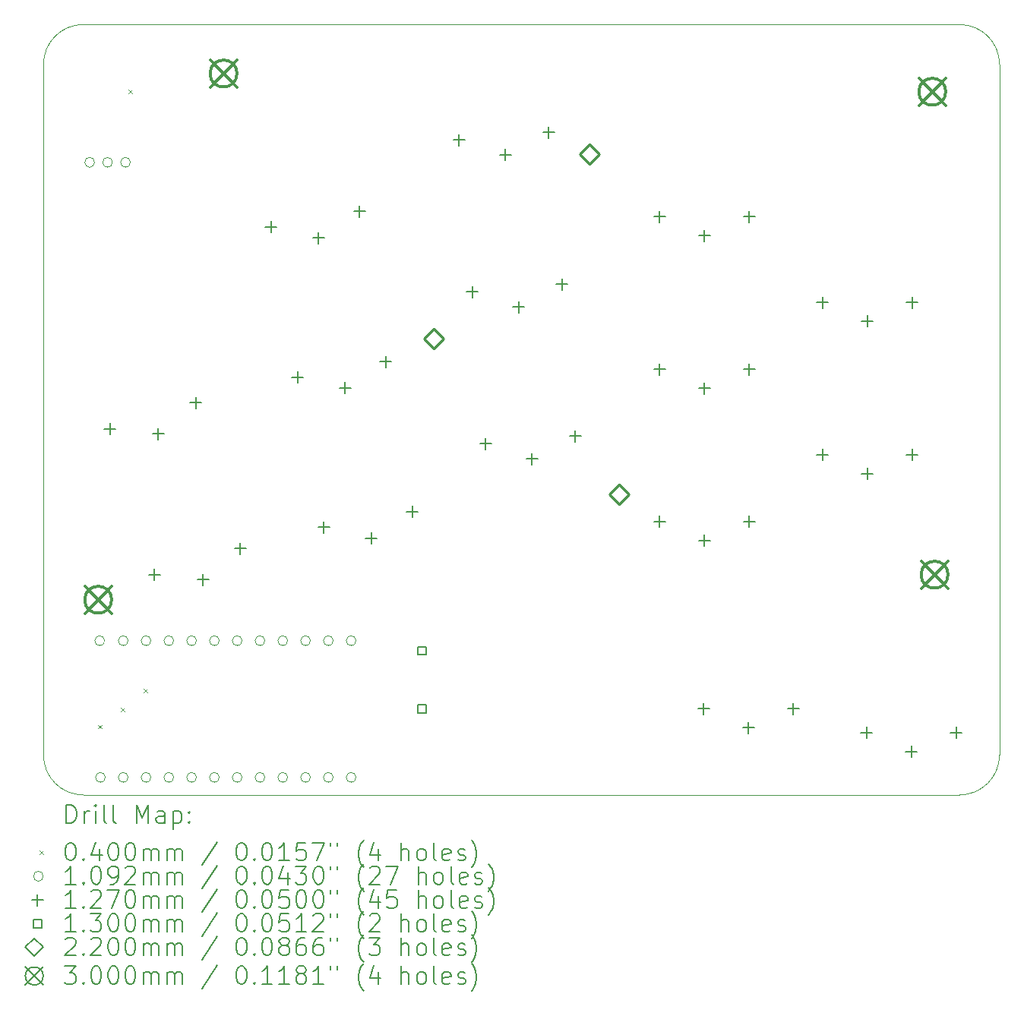
<source format=gbr>
%FSLAX45Y45*%
G04 Gerber Fmt 4.5, Leading zero omitted, Abs format (unit mm)*
G04 Created by KiCad (PCBNEW (6.0.4)) date 2022-07-21 23:49:03*
%MOMM*%
%LPD*%
G01*
G04 APERTURE LIST*
%TA.AperFunction,Profile*%
%ADD10C,0.050000*%
%TD*%
%ADD11C,0.200000*%
%ADD12C,0.040000*%
%ADD13C,0.109220*%
%ADD14C,0.127000*%
%ADD15C,0.130000*%
%ADD16C,0.220000*%
%ADD17C,0.300000*%
G04 APERTURE END LIST*
D10*
X14831618Y4125490D02*
X14831979Y11826325D01*
X4176485Y4125325D02*
G75*
G03*
X4620979Y3680825I444495J-5D01*
G01*
X14831985Y11826325D02*
G75*
G03*
X14387479Y12270825I-444505J-5D01*
G01*
X4620979Y3680825D02*
X14387118Y3680990D01*
X4176115Y11826612D02*
X4176479Y4125325D01*
X14387479Y12270825D02*
X4620615Y12271112D01*
X4620615Y12271112D02*
G75*
G03*
X4176115Y11826612I0J-444500D01*
G01*
X14387118Y3680991D02*
G75*
G03*
X14831618Y4125490I2J444499D01*
G01*
D11*
D12*
X4784419Y4462404D02*
X4824419Y4422404D01*
X4824419Y4462404D02*
X4784419Y4422404D01*
X5040691Y4652863D02*
X5080691Y4612863D01*
X5080691Y4652863D02*
X5040691Y4612863D01*
X5124143Y11542154D02*
X5164143Y11502154D01*
X5164143Y11542154D02*
X5124143Y11502154D01*
X5295099Y4861382D02*
X5335099Y4821382D01*
X5335099Y4861382D02*
X5295099Y4821382D01*
D13*
X4745489Y10734125D02*
G75*
G03*
X4745489Y10734125I-54610J0D01*
G01*
X4857715Y5400125D02*
G75*
G03*
X4857715Y5400125I-54610J0D01*
G01*
X4866089Y3876125D02*
G75*
G03*
X4866089Y3876125I-54610J0D01*
G01*
X4945489Y10734125D02*
G75*
G03*
X4945489Y10734125I-54610J0D01*
G01*
X5120089Y5400125D02*
G75*
G03*
X5120089Y5400125I-54610J0D01*
G01*
X5120089Y3876125D02*
G75*
G03*
X5120089Y3876125I-54610J0D01*
G01*
X5145489Y10734125D02*
G75*
G03*
X5145489Y10734125I-54610J0D01*
G01*
X5374089Y5400125D02*
G75*
G03*
X5374089Y5400125I-54610J0D01*
G01*
X5374089Y3876125D02*
G75*
G03*
X5374089Y3876125I-54610J0D01*
G01*
X5628089Y5400125D02*
G75*
G03*
X5628089Y5400125I-54610J0D01*
G01*
X5628089Y3876125D02*
G75*
G03*
X5628089Y3876125I-54610J0D01*
G01*
X5882089Y5400125D02*
G75*
G03*
X5882089Y5400125I-54610J0D01*
G01*
X5882089Y3876125D02*
G75*
G03*
X5882089Y3876125I-54610J0D01*
G01*
X6136089Y5400125D02*
G75*
G03*
X6136089Y5400125I-54610J0D01*
G01*
X6136089Y3876125D02*
G75*
G03*
X6136089Y3876125I-54610J0D01*
G01*
X6390089Y5400125D02*
G75*
G03*
X6390089Y5400125I-54610J0D01*
G01*
X6390089Y3876125D02*
G75*
G03*
X6390089Y3876125I-54610J0D01*
G01*
X6644089Y5400125D02*
G75*
G03*
X6644089Y5400125I-54610J0D01*
G01*
X6644089Y3876125D02*
G75*
G03*
X6644089Y3876125I-54610J0D01*
G01*
X6898089Y5400125D02*
G75*
G03*
X6898089Y5400125I-54610J0D01*
G01*
X6898089Y3876125D02*
G75*
G03*
X6898089Y3876125I-54610J0D01*
G01*
X7152089Y5400125D02*
G75*
G03*
X7152089Y5400125I-54610J0D01*
G01*
X7152089Y3876125D02*
G75*
G03*
X7152089Y3876125I-54610J0D01*
G01*
X7406089Y5400125D02*
G75*
G03*
X7406089Y5400125I-54610J0D01*
G01*
X7406089Y3876125D02*
G75*
G03*
X7406089Y3876125I-54610J0D01*
G01*
X7660089Y5400125D02*
G75*
G03*
X7660089Y5400125I-54610J0D01*
G01*
X7660089Y3876125D02*
G75*
G03*
X7660089Y3876125I-54610J0D01*
G01*
D14*
X4917175Y7826915D02*
X4917175Y7699915D01*
X4853675Y7763415D02*
X4980675Y7763415D01*
X5414207Y6201196D02*
X5414207Y6074196D01*
X5350707Y6137696D02*
X5477707Y6137696D01*
X5456725Y7772276D02*
X5456725Y7645276D01*
X5393225Y7708776D02*
X5520225Y7708776D01*
X5873479Y8119286D02*
X5873479Y7992286D01*
X5809979Y8055786D02*
X5936979Y8055786D01*
X5953757Y6146558D02*
X5953757Y6019558D01*
X5890257Y6083058D02*
X6017257Y6083058D01*
X6370511Y6493568D02*
X6370511Y6366568D01*
X6307011Y6430068D02*
X6434011Y6430068D01*
X6712293Y10076956D02*
X6712293Y9949956D01*
X6648793Y10013456D02*
X6775793Y10013456D01*
X7007495Y8402783D02*
X7007495Y8275782D01*
X6943995Y8339282D02*
X7070995Y8339282D01*
X7241163Y9956970D02*
X7241163Y9829970D01*
X7177663Y9893470D02*
X7304663Y9893470D01*
X7302697Y6728609D02*
X7302697Y6601609D01*
X7239197Y6665109D02*
X7366197Y6665109D01*
X7536365Y8282797D02*
X7536365Y8155797D01*
X7472865Y8219297D02*
X7599865Y8219297D01*
X7697101Y10250604D02*
X7697101Y10123604D01*
X7633601Y10187104D02*
X7760601Y10187104D01*
X7831567Y6608624D02*
X7831567Y6481624D01*
X7768067Y6545124D02*
X7895067Y6545124D01*
X7992303Y8576431D02*
X7992303Y8449431D01*
X7928803Y8512931D02*
X8055803Y8512931D01*
X8287505Y6902257D02*
X8287505Y6775257D01*
X8224005Y6838757D02*
X8351005Y6838757D01*
X8809021Y11046316D02*
X8809021Y10919316D01*
X8745521Y10982816D02*
X8872521Y10982816D01*
X8957186Y9352785D02*
X8957186Y9225785D01*
X8893686Y9289285D02*
X9020686Y9289285D01*
X9105351Y7659254D02*
X9105351Y7532254D01*
X9041851Y7595754D02*
X9168851Y7595754D01*
X9325422Y10880693D02*
X9325422Y10753693D01*
X9261922Y10817193D02*
X9388922Y10817193D01*
X9473586Y9187162D02*
X9473586Y9060162D01*
X9410086Y9123662D02*
X9537086Y9123662D01*
X9621751Y7493631D02*
X9621751Y7366631D01*
X9558251Y7430131D02*
X9685251Y7430131D01*
X9805216Y11133472D02*
X9805216Y11006472D01*
X9741716Y11069972D02*
X9868716Y11069972D01*
X9953381Y9439941D02*
X9953381Y9312941D01*
X9889881Y9376441D02*
X10016881Y9376441D01*
X10101546Y7746410D02*
X10101546Y7619410D01*
X10038046Y7682910D02*
X10165046Y7682910D01*
X11042479Y10191225D02*
X11042479Y10064225D01*
X10978979Y10127725D02*
X11105979Y10127725D01*
X11042479Y8491225D02*
X11042479Y8364225D01*
X10978979Y8427725D02*
X11105979Y8427725D01*
X11042479Y6791225D02*
X11042479Y6664225D01*
X10978979Y6727725D02*
X11105979Y6727725D01*
X11532115Y4706127D02*
X11532115Y4579127D01*
X11468615Y4642627D02*
X11595615Y4642627D01*
X11542479Y9981225D02*
X11542479Y9854225D01*
X11478979Y9917725D02*
X11605979Y9917725D01*
X11542479Y8281225D02*
X11542479Y8154225D01*
X11478979Y8217725D02*
X11605979Y8217725D01*
X11542479Y6581225D02*
X11542479Y6454225D01*
X11478979Y6517725D02*
X11605979Y6517725D01*
X12032115Y4496127D02*
X12032115Y4369127D01*
X11968615Y4432627D02*
X12095615Y4432627D01*
X12042479Y10191225D02*
X12042479Y10064225D01*
X11978979Y10127725D02*
X12105979Y10127725D01*
X12042479Y8491225D02*
X12042479Y8364225D01*
X11978979Y8427725D02*
X12105979Y8427725D01*
X12042479Y6791225D02*
X12042479Y6664225D01*
X11978979Y6727725D02*
X12105979Y6727725D01*
X12532115Y4706127D02*
X12532115Y4579127D01*
X12468615Y4642627D02*
X12595615Y4642627D01*
X12859949Y9237949D02*
X12859949Y9110949D01*
X12796449Y9174449D02*
X12923449Y9174449D01*
X12859949Y7537949D02*
X12859949Y7410949D01*
X12796449Y7474449D02*
X12923449Y7474449D01*
X13351179Y4437825D02*
X13351179Y4310825D01*
X13287679Y4374325D02*
X13414679Y4374325D01*
X13359949Y9027949D02*
X13359949Y8900949D01*
X13296449Y8964449D02*
X13423449Y8964449D01*
X13359949Y7327949D02*
X13359949Y7200949D01*
X13296449Y7264449D02*
X13423449Y7264449D01*
X13851179Y4227825D02*
X13851179Y4100825D01*
X13787679Y4164325D02*
X13914679Y4164325D01*
X13859949Y9237949D02*
X13859949Y9110949D01*
X13796449Y9174449D02*
X13923449Y9174449D01*
X13859949Y7537949D02*
X13859949Y7410949D01*
X13796449Y7474449D02*
X13923449Y7474449D01*
X14351179Y4437825D02*
X14351179Y4310825D01*
X14287679Y4374325D02*
X14414679Y4374325D01*
D15*
X8438842Y5242163D02*
X8438842Y5334088D01*
X8346917Y5334088D01*
X8346917Y5242163D01*
X8438842Y5242163D01*
X8438842Y4592163D02*
X8438842Y4684088D01*
X8346917Y4684088D01*
X8346917Y4592163D01*
X8438842Y4592163D01*
D16*
X8527128Y8654694D02*
X8637128Y8764694D01*
X8527128Y8874694D01*
X8417128Y8764694D01*
X8527128Y8654694D01*
X10258847Y10718476D02*
X10368847Y10828476D01*
X10258847Y10938476D01*
X10148847Y10828476D01*
X10258847Y10718476D01*
X10590911Y6922974D02*
X10700911Y7032974D01*
X10590911Y7142974D01*
X10480911Y7032974D01*
X10590911Y6922974D01*
D17*
X4636079Y6007325D02*
X4936079Y5707325D01*
X4936079Y6007325D02*
X4636079Y5707325D01*
X4936079Y5857325D02*
G75*
G03*
X4936079Y5857325I-150000J0D01*
G01*
X6033079Y11874725D02*
X6333079Y11574725D01*
X6333079Y11874725D02*
X6033079Y11574725D01*
X6333079Y11724725D02*
G75*
G03*
X6333079Y11724725I-150000J0D01*
G01*
X13932479Y11671525D02*
X14232479Y11371525D01*
X14232479Y11671525D02*
X13932479Y11371525D01*
X14232479Y11521525D02*
G75*
G03*
X14232479Y11521525I-150000J0D01*
G01*
X13957879Y6286725D02*
X14257879Y5986725D01*
X14257879Y6286725D02*
X13957879Y5986725D01*
X14257879Y6136725D02*
G75*
G03*
X14257879Y6136725I-150000J0D01*
G01*
D11*
X4431234Y3367849D02*
X4431234Y3567849D01*
X4478853Y3567849D01*
X4507424Y3558325D01*
X4526472Y3539278D01*
X4535996Y3520230D01*
X4545520Y3482135D01*
X4545520Y3453563D01*
X4535996Y3415468D01*
X4526472Y3396421D01*
X4507424Y3377373D01*
X4478853Y3367849D01*
X4431234Y3367849D01*
X4631234Y3367849D02*
X4631234Y3501182D01*
X4631234Y3463087D02*
X4640758Y3482135D01*
X4650282Y3491659D01*
X4669329Y3501182D01*
X4688377Y3501182D01*
X4755043Y3367849D02*
X4755043Y3501182D01*
X4755043Y3567849D02*
X4745520Y3558325D01*
X4755043Y3548801D01*
X4764567Y3558325D01*
X4755043Y3567849D01*
X4755043Y3548801D01*
X4878853Y3367849D02*
X4859805Y3377373D01*
X4850282Y3396421D01*
X4850282Y3567849D01*
X4983615Y3367849D02*
X4964567Y3377373D01*
X4955043Y3396421D01*
X4955043Y3567849D01*
X5212186Y3367849D02*
X5212186Y3567849D01*
X5278853Y3424992D01*
X5345520Y3567849D01*
X5345520Y3367849D01*
X5526472Y3367849D02*
X5526472Y3472611D01*
X5516948Y3491659D01*
X5497901Y3501182D01*
X5459805Y3501182D01*
X5440758Y3491659D01*
X5526472Y3377373D02*
X5507424Y3367849D01*
X5459805Y3367849D01*
X5440758Y3377373D01*
X5431234Y3396421D01*
X5431234Y3415468D01*
X5440758Y3434516D01*
X5459805Y3444040D01*
X5507424Y3444040D01*
X5526472Y3453563D01*
X5621710Y3501182D02*
X5621710Y3301182D01*
X5621710Y3491659D02*
X5640758Y3501182D01*
X5678853Y3501182D01*
X5697901Y3491659D01*
X5707424Y3482135D01*
X5716948Y3463087D01*
X5716948Y3405944D01*
X5707424Y3386897D01*
X5697901Y3377373D01*
X5678853Y3367849D01*
X5640758Y3367849D01*
X5621710Y3377373D01*
X5802662Y3386897D02*
X5812186Y3377373D01*
X5802662Y3367849D01*
X5793139Y3377373D01*
X5802662Y3386897D01*
X5802662Y3367849D01*
X5802662Y3491659D02*
X5812186Y3482135D01*
X5802662Y3472611D01*
X5793139Y3482135D01*
X5802662Y3491659D01*
X5802662Y3472611D01*
D12*
X4133615Y3058325D02*
X4173615Y3018325D01*
X4173615Y3058325D02*
X4133615Y3018325D01*
D11*
X4469329Y3147849D02*
X4488377Y3147849D01*
X4507424Y3138325D01*
X4516948Y3128801D01*
X4526472Y3109754D01*
X4535996Y3071659D01*
X4535996Y3024040D01*
X4526472Y2985944D01*
X4516948Y2966897D01*
X4507424Y2957373D01*
X4488377Y2947849D01*
X4469329Y2947849D01*
X4450282Y2957373D01*
X4440758Y2966897D01*
X4431234Y2985944D01*
X4421710Y3024040D01*
X4421710Y3071659D01*
X4431234Y3109754D01*
X4440758Y3128801D01*
X4450282Y3138325D01*
X4469329Y3147849D01*
X4621710Y2966897D02*
X4631234Y2957373D01*
X4621710Y2947849D01*
X4612186Y2957373D01*
X4621710Y2966897D01*
X4621710Y2947849D01*
X4802663Y3081182D02*
X4802663Y2947849D01*
X4755043Y3157373D02*
X4707424Y3014516D01*
X4831234Y3014516D01*
X4945520Y3147849D02*
X4964567Y3147849D01*
X4983615Y3138325D01*
X4993139Y3128801D01*
X5002663Y3109754D01*
X5012186Y3071659D01*
X5012186Y3024040D01*
X5002663Y2985944D01*
X4993139Y2966897D01*
X4983615Y2957373D01*
X4964567Y2947849D01*
X4945520Y2947849D01*
X4926472Y2957373D01*
X4916948Y2966897D01*
X4907424Y2985944D01*
X4897901Y3024040D01*
X4897901Y3071659D01*
X4907424Y3109754D01*
X4916948Y3128801D01*
X4926472Y3138325D01*
X4945520Y3147849D01*
X5135996Y3147849D02*
X5155043Y3147849D01*
X5174091Y3138325D01*
X5183615Y3128801D01*
X5193139Y3109754D01*
X5202663Y3071659D01*
X5202663Y3024040D01*
X5193139Y2985944D01*
X5183615Y2966897D01*
X5174091Y2957373D01*
X5155043Y2947849D01*
X5135996Y2947849D01*
X5116948Y2957373D01*
X5107424Y2966897D01*
X5097901Y2985944D01*
X5088377Y3024040D01*
X5088377Y3071659D01*
X5097901Y3109754D01*
X5107424Y3128801D01*
X5116948Y3138325D01*
X5135996Y3147849D01*
X5288377Y2947849D02*
X5288377Y3081182D01*
X5288377Y3062135D02*
X5297901Y3071659D01*
X5316948Y3081182D01*
X5345520Y3081182D01*
X5364567Y3071659D01*
X5374091Y3052611D01*
X5374091Y2947849D01*
X5374091Y3052611D02*
X5383615Y3071659D01*
X5402663Y3081182D01*
X5431234Y3081182D01*
X5450282Y3071659D01*
X5459805Y3052611D01*
X5459805Y2947849D01*
X5555043Y2947849D02*
X5555043Y3081182D01*
X5555043Y3062135D02*
X5564567Y3071659D01*
X5583615Y3081182D01*
X5612186Y3081182D01*
X5631234Y3071659D01*
X5640758Y3052611D01*
X5640758Y2947849D01*
X5640758Y3052611D02*
X5650281Y3071659D01*
X5669329Y3081182D01*
X5697901Y3081182D01*
X5716948Y3071659D01*
X5726472Y3052611D01*
X5726472Y2947849D01*
X6116948Y3157373D02*
X5945520Y2900230D01*
X6374091Y3147849D02*
X6393139Y3147849D01*
X6412186Y3138325D01*
X6421710Y3128801D01*
X6431234Y3109754D01*
X6440758Y3071659D01*
X6440758Y3024040D01*
X6431234Y2985944D01*
X6421710Y2966897D01*
X6412186Y2957373D01*
X6393139Y2947849D01*
X6374091Y2947849D01*
X6355043Y2957373D01*
X6345520Y2966897D01*
X6335996Y2985944D01*
X6326472Y3024040D01*
X6326472Y3071659D01*
X6335996Y3109754D01*
X6345520Y3128801D01*
X6355043Y3138325D01*
X6374091Y3147849D01*
X6526472Y2966897D02*
X6535996Y2957373D01*
X6526472Y2947849D01*
X6516948Y2957373D01*
X6526472Y2966897D01*
X6526472Y2947849D01*
X6659805Y3147849D02*
X6678853Y3147849D01*
X6697901Y3138325D01*
X6707424Y3128801D01*
X6716948Y3109754D01*
X6726472Y3071659D01*
X6726472Y3024040D01*
X6716948Y2985944D01*
X6707424Y2966897D01*
X6697901Y2957373D01*
X6678853Y2947849D01*
X6659805Y2947849D01*
X6640758Y2957373D01*
X6631234Y2966897D01*
X6621710Y2985944D01*
X6612186Y3024040D01*
X6612186Y3071659D01*
X6621710Y3109754D01*
X6631234Y3128801D01*
X6640758Y3138325D01*
X6659805Y3147849D01*
X6916948Y2947849D02*
X6802662Y2947849D01*
X6859805Y2947849D02*
X6859805Y3147849D01*
X6840758Y3119278D01*
X6821710Y3100230D01*
X6802662Y3090706D01*
X7097901Y3147849D02*
X7002662Y3147849D01*
X6993139Y3052611D01*
X7002662Y3062135D01*
X7021710Y3071659D01*
X7069329Y3071659D01*
X7088377Y3062135D01*
X7097901Y3052611D01*
X7107424Y3033563D01*
X7107424Y2985944D01*
X7097901Y2966897D01*
X7088377Y2957373D01*
X7069329Y2947849D01*
X7021710Y2947849D01*
X7002662Y2957373D01*
X6993139Y2966897D01*
X7174091Y3147849D02*
X7307424Y3147849D01*
X7221710Y2947849D01*
X7374091Y3147849D02*
X7374091Y3109754D01*
X7450281Y3147849D02*
X7450281Y3109754D01*
X7745520Y2871659D02*
X7735996Y2881182D01*
X7716948Y2909754D01*
X7707424Y2928801D01*
X7697901Y2957373D01*
X7688377Y3004992D01*
X7688377Y3043087D01*
X7697901Y3090706D01*
X7707424Y3119278D01*
X7716948Y3138325D01*
X7735996Y3166897D01*
X7745520Y3176421D01*
X7907424Y3081182D02*
X7907424Y2947849D01*
X7859805Y3157373D02*
X7812186Y3014516D01*
X7935996Y3014516D01*
X8164567Y2947849D02*
X8164567Y3147849D01*
X8250281Y2947849D02*
X8250281Y3052611D01*
X8240758Y3071659D01*
X8221710Y3081182D01*
X8193139Y3081182D01*
X8174091Y3071659D01*
X8164567Y3062135D01*
X8374091Y2947849D02*
X8355043Y2957373D01*
X8345520Y2966897D01*
X8335996Y2985944D01*
X8335996Y3043087D01*
X8345520Y3062135D01*
X8355043Y3071659D01*
X8374091Y3081182D01*
X8402663Y3081182D01*
X8421710Y3071659D01*
X8431234Y3062135D01*
X8440758Y3043087D01*
X8440758Y2985944D01*
X8431234Y2966897D01*
X8421710Y2957373D01*
X8402663Y2947849D01*
X8374091Y2947849D01*
X8555043Y2947849D02*
X8535996Y2957373D01*
X8526472Y2976421D01*
X8526472Y3147849D01*
X8707424Y2957373D02*
X8688377Y2947849D01*
X8650282Y2947849D01*
X8631234Y2957373D01*
X8621710Y2976421D01*
X8621710Y3052611D01*
X8631234Y3071659D01*
X8650282Y3081182D01*
X8688377Y3081182D01*
X8707424Y3071659D01*
X8716948Y3052611D01*
X8716948Y3033563D01*
X8621710Y3014516D01*
X8793139Y2957373D02*
X8812186Y2947849D01*
X8850282Y2947849D01*
X8869329Y2957373D01*
X8878853Y2976421D01*
X8878853Y2985944D01*
X8869329Y3004992D01*
X8850282Y3014516D01*
X8821710Y3014516D01*
X8802663Y3024040D01*
X8793139Y3043087D01*
X8793139Y3052611D01*
X8802663Y3071659D01*
X8821710Y3081182D01*
X8850282Y3081182D01*
X8869329Y3071659D01*
X8945520Y2871659D02*
X8955043Y2881182D01*
X8974091Y2909754D01*
X8983615Y2928801D01*
X8993139Y2957373D01*
X9002663Y3004992D01*
X9002663Y3043087D01*
X8993139Y3090706D01*
X8983615Y3119278D01*
X8974091Y3138325D01*
X8955043Y3166897D01*
X8945520Y3176421D01*
D13*
X4173615Y2774325D02*
G75*
G03*
X4173615Y2774325I-54610J0D01*
G01*
D11*
X4535996Y2683849D02*
X4421710Y2683849D01*
X4478853Y2683849D02*
X4478853Y2883849D01*
X4459805Y2855278D01*
X4440758Y2836230D01*
X4421710Y2826706D01*
X4621710Y2702897D02*
X4631234Y2693373D01*
X4621710Y2683849D01*
X4612186Y2693373D01*
X4621710Y2702897D01*
X4621710Y2683849D01*
X4755043Y2883849D02*
X4774091Y2883849D01*
X4793139Y2874325D01*
X4802663Y2864801D01*
X4812186Y2845754D01*
X4821710Y2807659D01*
X4821710Y2760040D01*
X4812186Y2721944D01*
X4802663Y2702897D01*
X4793139Y2693373D01*
X4774091Y2683849D01*
X4755043Y2683849D01*
X4735996Y2693373D01*
X4726472Y2702897D01*
X4716948Y2721944D01*
X4707424Y2760040D01*
X4707424Y2807659D01*
X4716948Y2845754D01*
X4726472Y2864801D01*
X4735996Y2874325D01*
X4755043Y2883849D01*
X4916948Y2683849D02*
X4955043Y2683849D01*
X4974091Y2693373D01*
X4983615Y2702897D01*
X5002663Y2731468D01*
X5012186Y2769563D01*
X5012186Y2845754D01*
X5002663Y2864801D01*
X4993139Y2874325D01*
X4974091Y2883849D01*
X4935996Y2883849D01*
X4916948Y2874325D01*
X4907424Y2864801D01*
X4897901Y2845754D01*
X4897901Y2798135D01*
X4907424Y2779087D01*
X4916948Y2769563D01*
X4935996Y2760040D01*
X4974091Y2760040D01*
X4993139Y2769563D01*
X5002663Y2779087D01*
X5012186Y2798135D01*
X5088377Y2864801D02*
X5097901Y2874325D01*
X5116948Y2883849D01*
X5164567Y2883849D01*
X5183615Y2874325D01*
X5193139Y2864801D01*
X5202663Y2845754D01*
X5202663Y2826706D01*
X5193139Y2798135D01*
X5078853Y2683849D01*
X5202663Y2683849D01*
X5288377Y2683849D02*
X5288377Y2817182D01*
X5288377Y2798135D02*
X5297901Y2807659D01*
X5316948Y2817182D01*
X5345520Y2817182D01*
X5364567Y2807659D01*
X5374091Y2788611D01*
X5374091Y2683849D01*
X5374091Y2788611D02*
X5383615Y2807659D01*
X5402663Y2817182D01*
X5431234Y2817182D01*
X5450282Y2807659D01*
X5459805Y2788611D01*
X5459805Y2683849D01*
X5555043Y2683849D02*
X5555043Y2817182D01*
X5555043Y2798135D02*
X5564567Y2807659D01*
X5583615Y2817182D01*
X5612186Y2817182D01*
X5631234Y2807659D01*
X5640758Y2788611D01*
X5640758Y2683849D01*
X5640758Y2788611D02*
X5650281Y2807659D01*
X5669329Y2817182D01*
X5697901Y2817182D01*
X5716948Y2807659D01*
X5726472Y2788611D01*
X5726472Y2683849D01*
X6116948Y2893373D02*
X5945520Y2636230D01*
X6374091Y2883849D02*
X6393139Y2883849D01*
X6412186Y2874325D01*
X6421710Y2864801D01*
X6431234Y2845754D01*
X6440758Y2807659D01*
X6440758Y2760040D01*
X6431234Y2721944D01*
X6421710Y2702897D01*
X6412186Y2693373D01*
X6393139Y2683849D01*
X6374091Y2683849D01*
X6355043Y2693373D01*
X6345520Y2702897D01*
X6335996Y2721944D01*
X6326472Y2760040D01*
X6326472Y2807659D01*
X6335996Y2845754D01*
X6345520Y2864801D01*
X6355043Y2874325D01*
X6374091Y2883849D01*
X6526472Y2702897D02*
X6535996Y2693373D01*
X6526472Y2683849D01*
X6516948Y2693373D01*
X6526472Y2702897D01*
X6526472Y2683849D01*
X6659805Y2883849D02*
X6678853Y2883849D01*
X6697901Y2874325D01*
X6707424Y2864801D01*
X6716948Y2845754D01*
X6726472Y2807659D01*
X6726472Y2760040D01*
X6716948Y2721944D01*
X6707424Y2702897D01*
X6697901Y2693373D01*
X6678853Y2683849D01*
X6659805Y2683849D01*
X6640758Y2693373D01*
X6631234Y2702897D01*
X6621710Y2721944D01*
X6612186Y2760040D01*
X6612186Y2807659D01*
X6621710Y2845754D01*
X6631234Y2864801D01*
X6640758Y2874325D01*
X6659805Y2883849D01*
X6897901Y2817182D02*
X6897901Y2683849D01*
X6850281Y2893373D02*
X6802662Y2750516D01*
X6926472Y2750516D01*
X6983615Y2883849D02*
X7107424Y2883849D01*
X7040758Y2807659D01*
X7069329Y2807659D01*
X7088377Y2798135D01*
X7097901Y2788611D01*
X7107424Y2769563D01*
X7107424Y2721944D01*
X7097901Y2702897D01*
X7088377Y2693373D01*
X7069329Y2683849D01*
X7012186Y2683849D01*
X6993139Y2693373D01*
X6983615Y2702897D01*
X7231234Y2883849D02*
X7250281Y2883849D01*
X7269329Y2874325D01*
X7278853Y2864801D01*
X7288377Y2845754D01*
X7297901Y2807659D01*
X7297901Y2760040D01*
X7288377Y2721944D01*
X7278853Y2702897D01*
X7269329Y2693373D01*
X7250281Y2683849D01*
X7231234Y2683849D01*
X7212186Y2693373D01*
X7202662Y2702897D01*
X7193139Y2721944D01*
X7183615Y2760040D01*
X7183615Y2807659D01*
X7193139Y2845754D01*
X7202662Y2864801D01*
X7212186Y2874325D01*
X7231234Y2883849D01*
X7374091Y2883849D02*
X7374091Y2845754D01*
X7450281Y2883849D02*
X7450281Y2845754D01*
X7745520Y2607659D02*
X7735996Y2617183D01*
X7716948Y2645754D01*
X7707424Y2664802D01*
X7697901Y2693373D01*
X7688377Y2740992D01*
X7688377Y2779087D01*
X7697901Y2826706D01*
X7707424Y2855278D01*
X7716948Y2874325D01*
X7735996Y2902897D01*
X7745520Y2912421D01*
X7812186Y2864801D02*
X7821710Y2874325D01*
X7840758Y2883849D01*
X7888377Y2883849D01*
X7907424Y2874325D01*
X7916948Y2864801D01*
X7926472Y2845754D01*
X7926472Y2826706D01*
X7916948Y2798135D01*
X7802662Y2683849D01*
X7926472Y2683849D01*
X7993139Y2883849D02*
X8126472Y2883849D01*
X8040758Y2683849D01*
X8355043Y2683849D02*
X8355043Y2883849D01*
X8440758Y2683849D02*
X8440758Y2788611D01*
X8431234Y2807659D01*
X8412186Y2817182D01*
X8383615Y2817182D01*
X8364567Y2807659D01*
X8355043Y2798135D01*
X8564567Y2683849D02*
X8545520Y2693373D01*
X8535996Y2702897D01*
X8526472Y2721944D01*
X8526472Y2779087D01*
X8535996Y2798135D01*
X8545520Y2807659D01*
X8564567Y2817182D01*
X8593139Y2817182D01*
X8612186Y2807659D01*
X8621710Y2798135D01*
X8631234Y2779087D01*
X8631234Y2721944D01*
X8621710Y2702897D01*
X8612186Y2693373D01*
X8593139Y2683849D01*
X8564567Y2683849D01*
X8745520Y2683849D02*
X8726472Y2693373D01*
X8716948Y2712421D01*
X8716948Y2883849D01*
X8897901Y2693373D02*
X8878853Y2683849D01*
X8840758Y2683849D01*
X8821710Y2693373D01*
X8812186Y2712421D01*
X8812186Y2788611D01*
X8821710Y2807659D01*
X8840758Y2817182D01*
X8878853Y2817182D01*
X8897901Y2807659D01*
X8907424Y2788611D01*
X8907424Y2769563D01*
X8812186Y2750516D01*
X8983615Y2693373D02*
X9002663Y2683849D01*
X9040758Y2683849D01*
X9059805Y2693373D01*
X9069329Y2712421D01*
X9069329Y2721944D01*
X9059805Y2740992D01*
X9040758Y2750516D01*
X9012186Y2750516D01*
X8993139Y2760040D01*
X8983615Y2779087D01*
X8983615Y2788611D01*
X8993139Y2807659D01*
X9012186Y2817182D01*
X9040758Y2817182D01*
X9059805Y2807659D01*
X9135996Y2607659D02*
X9145520Y2617183D01*
X9164567Y2645754D01*
X9174091Y2664802D01*
X9183615Y2693373D01*
X9193139Y2740992D01*
X9193139Y2779087D01*
X9183615Y2826706D01*
X9174091Y2855278D01*
X9164567Y2874325D01*
X9145520Y2902897D01*
X9135996Y2912421D01*
D14*
X4110115Y2573825D02*
X4110115Y2446825D01*
X4046615Y2510325D02*
X4173615Y2510325D01*
D11*
X4535996Y2419849D02*
X4421710Y2419849D01*
X4478853Y2419849D02*
X4478853Y2619849D01*
X4459805Y2591278D01*
X4440758Y2572230D01*
X4421710Y2562706D01*
X4621710Y2438897D02*
X4631234Y2429373D01*
X4621710Y2419849D01*
X4612186Y2429373D01*
X4621710Y2438897D01*
X4621710Y2419849D01*
X4707424Y2600802D02*
X4716948Y2610325D01*
X4735996Y2619849D01*
X4783615Y2619849D01*
X4802663Y2610325D01*
X4812186Y2600802D01*
X4821710Y2581754D01*
X4821710Y2562706D01*
X4812186Y2534135D01*
X4697901Y2419849D01*
X4821710Y2419849D01*
X4888377Y2619849D02*
X5021710Y2619849D01*
X4935996Y2419849D01*
X5135996Y2619849D02*
X5155043Y2619849D01*
X5174091Y2610325D01*
X5183615Y2600802D01*
X5193139Y2581754D01*
X5202663Y2543659D01*
X5202663Y2496040D01*
X5193139Y2457944D01*
X5183615Y2438897D01*
X5174091Y2429373D01*
X5155043Y2419849D01*
X5135996Y2419849D01*
X5116948Y2429373D01*
X5107424Y2438897D01*
X5097901Y2457944D01*
X5088377Y2496040D01*
X5088377Y2543659D01*
X5097901Y2581754D01*
X5107424Y2600802D01*
X5116948Y2610325D01*
X5135996Y2619849D01*
X5288377Y2419849D02*
X5288377Y2553183D01*
X5288377Y2534135D02*
X5297901Y2543659D01*
X5316948Y2553183D01*
X5345520Y2553183D01*
X5364567Y2543659D01*
X5374091Y2524611D01*
X5374091Y2419849D01*
X5374091Y2524611D02*
X5383615Y2543659D01*
X5402663Y2553183D01*
X5431234Y2553183D01*
X5450282Y2543659D01*
X5459805Y2524611D01*
X5459805Y2419849D01*
X5555043Y2419849D02*
X5555043Y2553183D01*
X5555043Y2534135D02*
X5564567Y2543659D01*
X5583615Y2553183D01*
X5612186Y2553183D01*
X5631234Y2543659D01*
X5640758Y2524611D01*
X5640758Y2419849D01*
X5640758Y2524611D02*
X5650281Y2543659D01*
X5669329Y2553183D01*
X5697901Y2553183D01*
X5716948Y2543659D01*
X5726472Y2524611D01*
X5726472Y2419849D01*
X6116948Y2629373D02*
X5945520Y2372230D01*
X6374091Y2619849D02*
X6393139Y2619849D01*
X6412186Y2610325D01*
X6421710Y2600802D01*
X6431234Y2581754D01*
X6440758Y2543659D01*
X6440758Y2496040D01*
X6431234Y2457944D01*
X6421710Y2438897D01*
X6412186Y2429373D01*
X6393139Y2419849D01*
X6374091Y2419849D01*
X6355043Y2429373D01*
X6345520Y2438897D01*
X6335996Y2457944D01*
X6326472Y2496040D01*
X6326472Y2543659D01*
X6335996Y2581754D01*
X6345520Y2600802D01*
X6355043Y2610325D01*
X6374091Y2619849D01*
X6526472Y2438897D02*
X6535996Y2429373D01*
X6526472Y2419849D01*
X6516948Y2429373D01*
X6526472Y2438897D01*
X6526472Y2419849D01*
X6659805Y2619849D02*
X6678853Y2619849D01*
X6697901Y2610325D01*
X6707424Y2600802D01*
X6716948Y2581754D01*
X6726472Y2543659D01*
X6726472Y2496040D01*
X6716948Y2457944D01*
X6707424Y2438897D01*
X6697901Y2429373D01*
X6678853Y2419849D01*
X6659805Y2419849D01*
X6640758Y2429373D01*
X6631234Y2438897D01*
X6621710Y2457944D01*
X6612186Y2496040D01*
X6612186Y2543659D01*
X6621710Y2581754D01*
X6631234Y2600802D01*
X6640758Y2610325D01*
X6659805Y2619849D01*
X6907424Y2619849D02*
X6812186Y2619849D01*
X6802662Y2524611D01*
X6812186Y2534135D01*
X6831234Y2543659D01*
X6878853Y2543659D01*
X6897901Y2534135D01*
X6907424Y2524611D01*
X6916948Y2505563D01*
X6916948Y2457944D01*
X6907424Y2438897D01*
X6897901Y2429373D01*
X6878853Y2419849D01*
X6831234Y2419849D01*
X6812186Y2429373D01*
X6802662Y2438897D01*
X7040758Y2619849D02*
X7059805Y2619849D01*
X7078853Y2610325D01*
X7088377Y2600802D01*
X7097901Y2581754D01*
X7107424Y2543659D01*
X7107424Y2496040D01*
X7097901Y2457944D01*
X7088377Y2438897D01*
X7078853Y2429373D01*
X7059805Y2419849D01*
X7040758Y2419849D01*
X7021710Y2429373D01*
X7012186Y2438897D01*
X7002662Y2457944D01*
X6993139Y2496040D01*
X6993139Y2543659D01*
X7002662Y2581754D01*
X7012186Y2600802D01*
X7021710Y2610325D01*
X7040758Y2619849D01*
X7231234Y2619849D02*
X7250281Y2619849D01*
X7269329Y2610325D01*
X7278853Y2600802D01*
X7288377Y2581754D01*
X7297901Y2543659D01*
X7297901Y2496040D01*
X7288377Y2457944D01*
X7278853Y2438897D01*
X7269329Y2429373D01*
X7250281Y2419849D01*
X7231234Y2419849D01*
X7212186Y2429373D01*
X7202662Y2438897D01*
X7193139Y2457944D01*
X7183615Y2496040D01*
X7183615Y2543659D01*
X7193139Y2581754D01*
X7202662Y2600802D01*
X7212186Y2610325D01*
X7231234Y2619849D01*
X7374091Y2619849D02*
X7374091Y2581754D01*
X7450281Y2619849D02*
X7450281Y2581754D01*
X7745520Y2343659D02*
X7735996Y2353183D01*
X7716948Y2381754D01*
X7707424Y2400802D01*
X7697901Y2429373D01*
X7688377Y2476992D01*
X7688377Y2515087D01*
X7697901Y2562706D01*
X7707424Y2591278D01*
X7716948Y2610325D01*
X7735996Y2638897D01*
X7745520Y2648421D01*
X7907424Y2553183D02*
X7907424Y2419849D01*
X7859805Y2629373D02*
X7812186Y2486516D01*
X7935996Y2486516D01*
X8107424Y2619849D02*
X8012186Y2619849D01*
X8002662Y2524611D01*
X8012186Y2534135D01*
X8031234Y2543659D01*
X8078853Y2543659D01*
X8097901Y2534135D01*
X8107424Y2524611D01*
X8116948Y2505563D01*
X8116948Y2457944D01*
X8107424Y2438897D01*
X8097901Y2429373D01*
X8078853Y2419849D01*
X8031234Y2419849D01*
X8012186Y2429373D01*
X8002662Y2438897D01*
X8355043Y2419849D02*
X8355043Y2619849D01*
X8440758Y2419849D02*
X8440758Y2524611D01*
X8431234Y2543659D01*
X8412186Y2553183D01*
X8383615Y2553183D01*
X8364567Y2543659D01*
X8355043Y2534135D01*
X8564567Y2419849D02*
X8545520Y2429373D01*
X8535996Y2438897D01*
X8526472Y2457944D01*
X8526472Y2515087D01*
X8535996Y2534135D01*
X8545520Y2543659D01*
X8564567Y2553183D01*
X8593139Y2553183D01*
X8612186Y2543659D01*
X8621710Y2534135D01*
X8631234Y2515087D01*
X8631234Y2457944D01*
X8621710Y2438897D01*
X8612186Y2429373D01*
X8593139Y2419849D01*
X8564567Y2419849D01*
X8745520Y2419849D02*
X8726472Y2429373D01*
X8716948Y2448421D01*
X8716948Y2619849D01*
X8897901Y2429373D02*
X8878853Y2419849D01*
X8840758Y2419849D01*
X8821710Y2429373D01*
X8812186Y2448421D01*
X8812186Y2524611D01*
X8821710Y2543659D01*
X8840758Y2553183D01*
X8878853Y2553183D01*
X8897901Y2543659D01*
X8907424Y2524611D01*
X8907424Y2505563D01*
X8812186Y2486516D01*
X8983615Y2429373D02*
X9002663Y2419849D01*
X9040758Y2419849D01*
X9059805Y2429373D01*
X9069329Y2448421D01*
X9069329Y2457944D01*
X9059805Y2476992D01*
X9040758Y2486516D01*
X9012186Y2486516D01*
X8993139Y2496040D01*
X8983615Y2515087D01*
X8983615Y2524611D01*
X8993139Y2543659D01*
X9012186Y2553183D01*
X9040758Y2553183D01*
X9059805Y2543659D01*
X9135996Y2343659D02*
X9145520Y2353183D01*
X9164567Y2381754D01*
X9174091Y2400802D01*
X9183615Y2429373D01*
X9193139Y2476992D01*
X9193139Y2515087D01*
X9183615Y2562706D01*
X9174091Y2591278D01*
X9164567Y2610325D01*
X9145520Y2638897D01*
X9135996Y2648421D01*
D15*
X4154577Y2200363D02*
X4154577Y2292288D01*
X4062652Y2292288D01*
X4062652Y2200363D01*
X4154577Y2200363D01*
D11*
X4535996Y2155849D02*
X4421710Y2155849D01*
X4478853Y2155849D02*
X4478853Y2355849D01*
X4459805Y2327278D01*
X4440758Y2308230D01*
X4421710Y2298706D01*
X4621710Y2174897D02*
X4631234Y2165373D01*
X4621710Y2155849D01*
X4612186Y2165373D01*
X4621710Y2174897D01*
X4621710Y2155849D01*
X4697901Y2355849D02*
X4821710Y2355849D01*
X4755043Y2279659D01*
X4783615Y2279659D01*
X4802663Y2270135D01*
X4812186Y2260611D01*
X4821710Y2241563D01*
X4821710Y2193944D01*
X4812186Y2174897D01*
X4802663Y2165373D01*
X4783615Y2155849D01*
X4726472Y2155849D01*
X4707424Y2165373D01*
X4697901Y2174897D01*
X4945520Y2355849D02*
X4964567Y2355849D01*
X4983615Y2346325D01*
X4993139Y2336802D01*
X5002663Y2317754D01*
X5012186Y2279659D01*
X5012186Y2232040D01*
X5002663Y2193944D01*
X4993139Y2174897D01*
X4983615Y2165373D01*
X4964567Y2155849D01*
X4945520Y2155849D01*
X4926472Y2165373D01*
X4916948Y2174897D01*
X4907424Y2193944D01*
X4897901Y2232040D01*
X4897901Y2279659D01*
X4907424Y2317754D01*
X4916948Y2336802D01*
X4926472Y2346325D01*
X4945520Y2355849D01*
X5135996Y2355849D02*
X5155043Y2355849D01*
X5174091Y2346325D01*
X5183615Y2336802D01*
X5193139Y2317754D01*
X5202663Y2279659D01*
X5202663Y2232040D01*
X5193139Y2193944D01*
X5183615Y2174897D01*
X5174091Y2165373D01*
X5155043Y2155849D01*
X5135996Y2155849D01*
X5116948Y2165373D01*
X5107424Y2174897D01*
X5097901Y2193944D01*
X5088377Y2232040D01*
X5088377Y2279659D01*
X5097901Y2317754D01*
X5107424Y2336802D01*
X5116948Y2346325D01*
X5135996Y2355849D01*
X5288377Y2155849D02*
X5288377Y2289183D01*
X5288377Y2270135D02*
X5297901Y2279659D01*
X5316948Y2289183D01*
X5345520Y2289183D01*
X5364567Y2279659D01*
X5374091Y2260611D01*
X5374091Y2155849D01*
X5374091Y2260611D02*
X5383615Y2279659D01*
X5402663Y2289183D01*
X5431234Y2289183D01*
X5450282Y2279659D01*
X5459805Y2260611D01*
X5459805Y2155849D01*
X5555043Y2155849D02*
X5555043Y2289183D01*
X5555043Y2270135D02*
X5564567Y2279659D01*
X5583615Y2289183D01*
X5612186Y2289183D01*
X5631234Y2279659D01*
X5640758Y2260611D01*
X5640758Y2155849D01*
X5640758Y2260611D02*
X5650281Y2279659D01*
X5669329Y2289183D01*
X5697901Y2289183D01*
X5716948Y2279659D01*
X5726472Y2260611D01*
X5726472Y2155849D01*
X6116948Y2365373D02*
X5945520Y2108230D01*
X6374091Y2355849D02*
X6393139Y2355849D01*
X6412186Y2346325D01*
X6421710Y2336802D01*
X6431234Y2317754D01*
X6440758Y2279659D01*
X6440758Y2232040D01*
X6431234Y2193944D01*
X6421710Y2174897D01*
X6412186Y2165373D01*
X6393139Y2155849D01*
X6374091Y2155849D01*
X6355043Y2165373D01*
X6345520Y2174897D01*
X6335996Y2193944D01*
X6326472Y2232040D01*
X6326472Y2279659D01*
X6335996Y2317754D01*
X6345520Y2336802D01*
X6355043Y2346325D01*
X6374091Y2355849D01*
X6526472Y2174897D02*
X6535996Y2165373D01*
X6526472Y2155849D01*
X6516948Y2165373D01*
X6526472Y2174897D01*
X6526472Y2155849D01*
X6659805Y2355849D02*
X6678853Y2355849D01*
X6697901Y2346325D01*
X6707424Y2336802D01*
X6716948Y2317754D01*
X6726472Y2279659D01*
X6726472Y2232040D01*
X6716948Y2193944D01*
X6707424Y2174897D01*
X6697901Y2165373D01*
X6678853Y2155849D01*
X6659805Y2155849D01*
X6640758Y2165373D01*
X6631234Y2174897D01*
X6621710Y2193944D01*
X6612186Y2232040D01*
X6612186Y2279659D01*
X6621710Y2317754D01*
X6631234Y2336802D01*
X6640758Y2346325D01*
X6659805Y2355849D01*
X6907424Y2355849D02*
X6812186Y2355849D01*
X6802662Y2260611D01*
X6812186Y2270135D01*
X6831234Y2279659D01*
X6878853Y2279659D01*
X6897901Y2270135D01*
X6907424Y2260611D01*
X6916948Y2241563D01*
X6916948Y2193944D01*
X6907424Y2174897D01*
X6897901Y2165373D01*
X6878853Y2155849D01*
X6831234Y2155849D01*
X6812186Y2165373D01*
X6802662Y2174897D01*
X7107424Y2155849D02*
X6993139Y2155849D01*
X7050281Y2155849D02*
X7050281Y2355849D01*
X7031234Y2327278D01*
X7012186Y2308230D01*
X6993139Y2298706D01*
X7183615Y2336802D02*
X7193139Y2346325D01*
X7212186Y2355849D01*
X7259805Y2355849D01*
X7278853Y2346325D01*
X7288377Y2336802D01*
X7297901Y2317754D01*
X7297901Y2298706D01*
X7288377Y2270135D01*
X7174091Y2155849D01*
X7297901Y2155849D01*
X7374091Y2355849D02*
X7374091Y2317754D01*
X7450281Y2355849D02*
X7450281Y2317754D01*
X7745520Y2079659D02*
X7735996Y2089182D01*
X7716948Y2117754D01*
X7707424Y2136802D01*
X7697901Y2165373D01*
X7688377Y2212992D01*
X7688377Y2251087D01*
X7697901Y2298706D01*
X7707424Y2327278D01*
X7716948Y2346325D01*
X7735996Y2374897D01*
X7745520Y2384421D01*
X7812186Y2336802D02*
X7821710Y2346325D01*
X7840758Y2355849D01*
X7888377Y2355849D01*
X7907424Y2346325D01*
X7916948Y2336802D01*
X7926472Y2317754D01*
X7926472Y2298706D01*
X7916948Y2270135D01*
X7802662Y2155849D01*
X7926472Y2155849D01*
X8164567Y2155849D02*
X8164567Y2355849D01*
X8250281Y2155849D02*
X8250281Y2260611D01*
X8240758Y2279659D01*
X8221710Y2289183D01*
X8193139Y2289183D01*
X8174091Y2279659D01*
X8164567Y2270135D01*
X8374091Y2155849D02*
X8355043Y2165373D01*
X8345520Y2174897D01*
X8335996Y2193944D01*
X8335996Y2251087D01*
X8345520Y2270135D01*
X8355043Y2279659D01*
X8374091Y2289183D01*
X8402663Y2289183D01*
X8421710Y2279659D01*
X8431234Y2270135D01*
X8440758Y2251087D01*
X8440758Y2193944D01*
X8431234Y2174897D01*
X8421710Y2165373D01*
X8402663Y2155849D01*
X8374091Y2155849D01*
X8555043Y2155849D02*
X8535996Y2165373D01*
X8526472Y2184421D01*
X8526472Y2355849D01*
X8707424Y2165373D02*
X8688377Y2155849D01*
X8650282Y2155849D01*
X8631234Y2165373D01*
X8621710Y2184421D01*
X8621710Y2260611D01*
X8631234Y2279659D01*
X8650282Y2289183D01*
X8688377Y2289183D01*
X8707424Y2279659D01*
X8716948Y2260611D01*
X8716948Y2241563D01*
X8621710Y2222516D01*
X8793139Y2165373D02*
X8812186Y2155849D01*
X8850282Y2155849D01*
X8869329Y2165373D01*
X8878853Y2184421D01*
X8878853Y2193944D01*
X8869329Y2212992D01*
X8850282Y2222516D01*
X8821710Y2222516D01*
X8802663Y2232040D01*
X8793139Y2251087D01*
X8793139Y2260611D01*
X8802663Y2279659D01*
X8821710Y2289183D01*
X8850282Y2289183D01*
X8869329Y2279659D01*
X8945520Y2079659D02*
X8955043Y2089182D01*
X8974091Y2117754D01*
X8983615Y2136802D01*
X8993139Y2165373D01*
X9002663Y2212992D01*
X9002663Y2251087D01*
X8993139Y2298706D01*
X8983615Y2327278D01*
X8974091Y2346325D01*
X8955043Y2374897D01*
X8945520Y2384421D01*
X4073615Y1882325D02*
X4173615Y1982325D01*
X4073615Y2082325D01*
X3973615Y1982325D01*
X4073615Y1882325D01*
X4421710Y2072801D02*
X4431234Y2082325D01*
X4450282Y2091849D01*
X4497901Y2091849D01*
X4516948Y2082325D01*
X4526472Y2072801D01*
X4535996Y2053754D01*
X4535996Y2034706D01*
X4526472Y2006135D01*
X4412186Y1891849D01*
X4535996Y1891849D01*
X4621710Y1910897D02*
X4631234Y1901373D01*
X4621710Y1891849D01*
X4612186Y1901373D01*
X4621710Y1910897D01*
X4621710Y1891849D01*
X4707424Y2072801D02*
X4716948Y2082325D01*
X4735996Y2091849D01*
X4783615Y2091849D01*
X4802663Y2082325D01*
X4812186Y2072801D01*
X4821710Y2053754D01*
X4821710Y2034706D01*
X4812186Y2006135D01*
X4697901Y1891849D01*
X4821710Y1891849D01*
X4945520Y2091849D02*
X4964567Y2091849D01*
X4983615Y2082325D01*
X4993139Y2072801D01*
X5002663Y2053754D01*
X5012186Y2015659D01*
X5012186Y1968040D01*
X5002663Y1929944D01*
X4993139Y1910897D01*
X4983615Y1901373D01*
X4964567Y1891849D01*
X4945520Y1891849D01*
X4926472Y1901373D01*
X4916948Y1910897D01*
X4907424Y1929944D01*
X4897901Y1968040D01*
X4897901Y2015659D01*
X4907424Y2053754D01*
X4916948Y2072801D01*
X4926472Y2082325D01*
X4945520Y2091849D01*
X5135996Y2091849D02*
X5155043Y2091849D01*
X5174091Y2082325D01*
X5183615Y2072801D01*
X5193139Y2053754D01*
X5202663Y2015659D01*
X5202663Y1968040D01*
X5193139Y1929944D01*
X5183615Y1910897D01*
X5174091Y1901373D01*
X5155043Y1891849D01*
X5135996Y1891849D01*
X5116948Y1901373D01*
X5107424Y1910897D01*
X5097901Y1929944D01*
X5088377Y1968040D01*
X5088377Y2015659D01*
X5097901Y2053754D01*
X5107424Y2072801D01*
X5116948Y2082325D01*
X5135996Y2091849D01*
X5288377Y1891849D02*
X5288377Y2025182D01*
X5288377Y2006135D02*
X5297901Y2015659D01*
X5316948Y2025182D01*
X5345520Y2025182D01*
X5364567Y2015659D01*
X5374091Y1996611D01*
X5374091Y1891849D01*
X5374091Y1996611D02*
X5383615Y2015659D01*
X5402663Y2025182D01*
X5431234Y2025182D01*
X5450282Y2015659D01*
X5459805Y1996611D01*
X5459805Y1891849D01*
X5555043Y1891849D02*
X5555043Y2025182D01*
X5555043Y2006135D02*
X5564567Y2015659D01*
X5583615Y2025182D01*
X5612186Y2025182D01*
X5631234Y2015659D01*
X5640758Y1996611D01*
X5640758Y1891849D01*
X5640758Y1996611D02*
X5650281Y2015659D01*
X5669329Y2025182D01*
X5697901Y2025182D01*
X5716948Y2015659D01*
X5726472Y1996611D01*
X5726472Y1891849D01*
X6116948Y2101373D02*
X5945520Y1844230D01*
X6374091Y2091849D02*
X6393139Y2091849D01*
X6412186Y2082325D01*
X6421710Y2072801D01*
X6431234Y2053754D01*
X6440758Y2015659D01*
X6440758Y1968040D01*
X6431234Y1929944D01*
X6421710Y1910897D01*
X6412186Y1901373D01*
X6393139Y1891849D01*
X6374091Y1891849D01*
X6355043Y1901373D01*
X6345520Y1910897D01*
X6335996Y1929944D01*
X6326472Y1968040D01*
X6326472Y2015659D01*
X6335996Y2053754D01*
X6345520Y2072801D01*
X6355043Y2082325D01*
X6374091Y2091849D01*
X6526472Y1910897D02*
X6535996Y1901373D01*
X6526472Y1891849D01*
X6516948Y1901373D01*
X6526472Y1910897D01*
X6526472Y1891849D01*
X6659805Y2091849D02*
X6678853Y2091849D01*
X6697901Y2082325D01*
X6707424Y2072801D01*
X6716948Y2053754D01*
X6726472Y2015659D01*
X6726472Y1968040D01*
X6716948Y1929944D01*
X6707424Y1910897D01*
X6697901Y1901373D01*
X6678853Y1891849D01*
X6659805Y1891849D01*
X6640758Y1901373D01*
X6631234Y1910897D01*
X6621710Y1929944D01*
X6612186Y1968040D01*
X6612186Y2015659D01*
X6621710Y2053754D01*
X6631234Y2072801D01*
X6640758Y2082325D01*
X6659805Y2091849D01*
X6840758Y2006135D02*
X6821710Y2015659D01*
X6812186Y2025182D01*
X6802662Y2044230D01*
X6802662Y2053754D01*
X6812186Y2072801D01*
X6821710Y2082325D01*
X6840758Y2091849D01*
X6878853Y2091849D01*
X6897901Y2082325D01*
X6907424Y2072801D01*
X6916948Y2053754D01*
X6916948Y2044230D01*
X6907424Y2025182D01*
X6897901Y2015659D01*
X6878853Y2006135D01*
X6840758Y2006135D01*
X6821710Y1996611D01*
X6812186Y1987087D01*
X6802662Y1968040D01*
X6802662Y1929944D01*
X6812186Y1910897D01*
X6821710Y1901373D01*
X6840758Y1891849D01*
X6878853Y1891849D01*
X6897901Y1901373D01*
X6907424Y1910897D01*
X6916948Y1929944D01*
X6916948Y1968040D01*
X6907424Y1987087D01*
X6897901Y1996611D01*
X6878853Y2006135D01*
X7088377Y2091849D02*
X7050281Y2091849D01*
X7031234Y2082325D01*
X7021710Y2072801D01*
X7002662Y2044230D01*
X6993139Y2006135D01*
X6993139Y1929944D01*
X7002662Y1910897D01*
X7012186Y1901373D01*
X7031234Y1891849D01*
X7069329Y1891849D01*
X7088377Y1901373D01*
X7097901Y1910897D01*
X7107424Y1929944D01*
X7107424Y1977563D01*
X7097901Y1996611D01*
X7088377Y2006135D01*
X7069329Y2015659D01*
X7031234Y2015659D01*
X7012186Y2006135D01*
X7002662Y1996611D01*
X6993139Y1977563D01*
X7278853Y2091849D02*
X7240758Y2091849D01*
X7221710Y2082325D01*
X7212186Y2072801D01*
X7193139Y2044230D01*
X7183615Y2006135D01*
X7183615Y1929944D01*
X7193139Y1910897D01*
X7202662Y1901373D01*
X7221710Y1891849D01*
X7259805Y1891849D01*
X7278853Y1901373D01*
X7288377Y1910897D01*
X7297901Y1929944D01*
X7297901Y1977563D01*
X7288377Y1996611D01*
X7278853Y2006135D01*
X7259805Y2015659D01*
X7221710Y2015659D01*
X7202662Y2006135D01*
X7193139Y1996611D01*
X7183615Y1977563D01*
X7374091Y2091849D02*
X7374091Y2053754D01*
X7450281Y2091849D02*
X7450281Y2053754D01*
X7745520Y1815659D02*
X7735996Y1825182D01*
X7716948Y1853754D01*
X7707424Y1872801D01*
X7697901Y1901373D01*
X7688377Y1948992D01*
X7688377Y1987087D01*
X7697901Y2034706D01*
X7707424Y2063278D01*
X7716948Y2082325D01*
X7735996Y2110897D01*
X7745520Y2120421D01*
X7802662Y2091849D02*
X7926472Y2091849D01*
X7859805Y2015659D01*
X7888377Y2015659D01*
X7907424Y2006135D01*
X7916948Y1996611D01*
X7926472Y1977563D01*
X7926472Y1929944D01*
X7916948Y1910897D01*
X7907424Y1901373D01*
X7888377Y1891849D01*
X7831234Y1891849D01*
X7812186Y1901373D01*
X7802662Y1910897D01*
X8164567Y1891849D02*
X8164567Y2091849D01*
X8250281Y1891849D02*
X8250281Y1996611D01*
X8240758Y2015659D01*
X8221710Y2025182D01*
X8193139Y2025182D01*
X8174091Y2015659D01*
X8164567Y2006135D01*
X8374091Y1891849D02*
X8355043Y1901373D01*
X8345520Y1910897D01*
X8335996Y1929944D01*
X8335996Y1987087D01*
X8345520Y2006135D01*
X8355043Y2015659D01*
X8374091Y2025182D01*
X8402663Y2025182D01*
X8421710Y2015659D01*
X8431234Y2006135D01*
X8440758Y1987087D01*
X8440758Y1929944D01*
X8431234Y1910897D01*
X8421710Y1901373D01*
X8402663Y1891849D01*
X8374091Y1891849D01*
X8555043Y1891849D02*
X8535996Y1901373D01*
X8526472Y1920421D01*
X8526472Y2091849D01*
X8707424Y1901373D02*
X8688377Y1891849D01*
X8650282Y1891849D01*
X8631234Y1901373D01*
X8621710Y1920421D01*
X8621710Y1996611D01*
X8631234Y2015659D01*
X8650282Y2025182D01*
X8688377Y2025182D01*
X8707424Y2015659D01*
X8716948Y1996611D01*
X8716948Y1977563D01*
X8621710Y1958516D01*
X8793139Y1901373D02*
X8812186Y1891849D01*
X8850282Y1891849D01*
X8869329Y1901373D01*
X8878853Y1920421D01*
X8878853Y1929944D01*
X8869329Y1948992D01*
X8850282Y1958516D01*
X8821710Y1958516D01*
X8802663Y1968040D01*
X8793139Y1987087D01*
X8793139Y1996611D01*
X8802663Y2015659D01*
X8821710Y2025182D01*
X8850282Y2025182D01*
X8869329Y2015659D01*
X8945520Y1815659D02*
X8955043Y1825182D01*
X8974091Y1853754D01*
X8983615Y1872801D01*
X8993139Y1901373D01*
X9002663Y1948992D01*
X9002663Y1987087D01*
X8993139Y2034706D01*
X8983615Y2063278D01*
X8974091Y2082325D01*
X8955043Y2110897D01*
X8945520Y2120421D01*
X3973615Y1762325D02*
X4173615Y1562325D01*
X4173615Y1762325D02*
X3973615Y1562325D01*
X4173615Y1662325D02*
G75*
G03*
X4173615Y1662325I-100000J0D01*
G01*
X4412186Y1771849D02*
X4535996Y1771849D01*
X4469329Y1695659D01*
X4497901Y1695659D01*
X4516948Y1686135D01*
X4526472Y1676611D01*
X4535996Y1657563D01*
X4535996Y1609944D01*
X4526472Y1590897D01*
X4516948Y1581373D01*
X4497901Y1571849D01*
X4440758Y1571849D01*
X4421710Y1581373D01*
X4412186Y1590897D01*
X4621710Y1590897D02*
X4631234Y1581373D01*
X4621710Y1571849D01*
X4612186Y1581373D01*
X4621710Y1590897D01*
X4621710Y1571849D01*
X4755043Y1771849D02*
X4774091Y1771849D01*
X4793139Y1762325D01*
X4802663Y1752801D01*
X4812186Y1733754D01*
X4821710Y1695659D01*
X4821710Y1648040D01*
X4812186Y1609944D01*
X4802663Y1590897D01*
X4793139Y1581373D01*
X4774091Y1571849D01*
X4755043Y1571849D01*
X4735996Y1581373D01*
X4726472Y1590897D01*
X4716948Y1609944D01*
X4707424Y1648040D01*
X4707424Y1695659D01*
X4716948Y1733754D01*
X4726472Y1752801D01*
X4735996Y1762325D01*
X4755043Y1771849D01*
X4945520Y1771849D02*
X4964567Y1771849D01*
X4983615Y1762325D01*
X4993139Y1752801D01*
X5002663Y1733754D01*
X5012186Y1695659D01*
X5012186Y1648040D01*
X5002663Y1609944D01*
X4993139Y1590897D01*
X4983615Y1581373D01*
X4964567Y1571849D01*
X4945520Y1571849D01*
X4926472Y1581373D01*
X4916948Y1590897D01*
X4907424Y1609944D01*
X4897901Y1648040D01*
X4897901Y1695659D01*
X4907424Y1733754D01*
X4916948Y1752801D01*
X4926472Y1762325D01*
X4945520Y1771849D01*
X5135996Y1771849D02*
X5155043Y1771849D01*
X5174091Y1762325D01*
X5183615Y1752801D01*
X5193139Y1733754D01*
X5202663Y1695659D01*
X5202663Y1648040D01*
X5193139Y1609944D01*
X5183615Y1590897D01*
X5174091Y1581373D01*
X5155043Y1571849D01*
X5135996Y1571849D01*
X5116948Y1581373D01*
X5107424Y1590897D01*
X5097901Y1609944D01*
X5088377Y1648040D01*
X5088377Y1695659D01*
X5097901Y1733754D01*
X5107424Y1752801D01*
X5116948Y1762325D01*
X5135996Y1771849D01*
X5288377Y1571849D02*
X5288377Y1705182D01*
X5288377Y1686135D02*
X5297901Y1695659D01*
X5316948Y1705182D01*
X5345520Y1705182D01*
X5364567Y1695659D01*
X5374091Y1676611D01*
X5374091Y1571849D01*
X5374091Y1676611D02*
X5383615Y1695659D01*
X5402663Y1705182D01*
X5431234Y1705182D01*
X5450282Y1695659D01*
X5459805Y1676611D01*
X5459805Y1571849D01*
X5555043Y1571849D02*
X5555043Y1705182D01*
X5555043Y1686135D02*
X5564567Y1695659D01*
X5583615Y1705182D01*
X5612186Y1705182D01*
X5631234Y1695659D01*
X5640758Y1676611D01*
X5640758Y1571849D01*
X5640758Y1676611D02*
X5650281Y1695659D01*
X5669329Y1705182D01*
X5697901Y1705182D01*
X5716948Y1695659D01*
X5726472Y1676611D01*
X5726472Y1571849D01*
X6116948Y1781373D02*
X5945520Y1524230D01*
X6374091Y1771849D02*
X6393139Y1771849D01*
X6412186Y1762325D01*
X6421710Y1752801D01*
X6431234Y1733754D01*
X6440758Y1695659D01*
X6440758Y1648040D01*
X6431234Y1609944D01*
X6421710Y1590897D01*
X6412186Y1581373D01*
X6393139Y1571849D01*
X6374091Y1571849D01*
X6355043Y1581373D01*
X6345520Y1590897D01*
X6335996Y1609944D01*
X6326472Y1648040D01*
X6326472Y1695659D01*
X6335996Y1733754D01*
X6345520Y1752801D01*
X6355043Y1762325D01*
X6374091Y1771849D01*
X6526472Y1590897D02*
X6535996Y1581373D01*
X6526472Y1571849D01*
X6516948Y1581373D01*
X6526472Y1590897D01*
X6526472Y1571849D01*
X6726472Y1571849D02*
X6612186Y1571849D01*
X6669329Y1571849D02*
X6669329Y1771849D01*
X6650281Y1743278D01*
X6631234Y1724230D01*
X6612186Y1714706D01*
X6916948Y1571849D02*
X6802662Y1571849D01*
X6859805Y1571849D02*
X6859805Y1771849D01*
X6840758Y1743278D01*
X6821710Y1724230D01*
X6802662Y1714706D01*
X7031234Y1686135D02*
X7012186Y1695659D01*
X7002662Y1705182D01*
X6993139Y1724230D01*
X6993139Y1733754D01*
X7002662Y1752801D01*
X7012186Y1762325D01*
X7031234Y1771849D01*
X7069329Y1771849D01*
X7088377Y1762325D01*
X7097901Y1752801D01*
X7107424Y1733754D01*
X7107424Y1724230D01*
X7097901Y1705182D01*
X7088377Y1695659D01*
X7069329Y1686135D01*
X7031234Y1686135D01*
X7012186Y1676611D01*
X7002662Y1667087D01*
X6993139Y1648040D01*
X6993139Y1609944D01*
X7002662Y1590897D01*
X7012186Y1581373D01*
X7031234Y1571849D01*
X7069329Y1571849D01*
X7088377Y1581373D01*
X7097901Y1590897D01*
X7107424Y1609944D01*
X7107424Y1648040D01*
X7097901Y1667087D01*
X7088377Y1676611D01*
X7069329Y1686135D01*
X7297901Y1571849D02*
X7183615Y1571849D01*
X7240758Y1571849D02*
X7240758Y1771849D01*
X7221710Y1743278D01*
X7202662Y1724230D01*
X7183615Y1714706D01*
X7374091Y1771849D02*
X7374091Y1733754D01*
X7450281Y1771849D02*
X7450281Y1733754D01*
X7745520Y1495659D02*
X7735996Y1505182D01*
X7716948Y1533754D01*
X7707424Y1552801D01*
X7697901Y1581373D01*
X7688377Y1628992D01*
X7688377Y1667087D01*
X7697901Y1714706D01*
X7707424Y1743278D01*
X7716948Y1762325D01*
X7735996Y1790897D01*
X7745520Y1800421D01*
X7907424Y1705182D02*
X7907424Y1571849D01*
X7859805Y1781373D02*
X7812186Y1638516D01*
X7935996Y1638516D01*
X8164567Y1571849D02*
X8164567Y1771849D01*
X8250281Y1571849D02*
X8250281Y1676611D01*
X8240758Y1695659D01*
X8221710Y1705182D01*
X8193139Y1705182D01*
X8174091Y1695659D01*
X8164567Y1686135D01*
X8374091Y1571849D02*
X8355043Y1581373D01*
X8345520Y1590897D01*
X8335996Y1609944D01*
X8335996Y1667087D01*
X8345520Y1686135D01*
X8355043Y1695659D01*
X8374091Y1705182D01*
X8402663Y1705182D01*
X8421710Y1695659D01*
X8431234Y1686135D01*
X8440758Y1667087D01*
X8440758Y1609944D01*
X8431234Y1590897D01*
X8421710Y1581373D01*
X8402663Y1571849D01*
X8374091Y1571849D01*
X8555043Y1571849D02*
X8535996Y1581373D01*
X8526472Y1600421D01*
X8526472Y1771849D01*
X8707424Y1581373D02*
X8688377Y1571849D01*
X8650282Y1571849D01*
X8631234Y1581373D01*
X8621710Y1600421D01*
X8621710Y1676611D01*
X8631234Y1695659D01*
X8650282Y1705182D01*
X8688377Y1705182D01*
X8707424Y1695659D01*
X8716948Y1676611D01*
X8716948Y1657563D01*
X8621710Y1638516D01*
X8793139Y1581373D02*
X8812186Y1571849D01*
X8850282Y1571849D01*
X8869329Y1581373D01*
X8878853Y1600421D01*
X8878853Y1609944D01*
X8869329Y1628992D01*
X8850282Y1638516D01*
X8821710Y1638516D01*
X8802663Y1648040D01*
X8793139Y1667087D01*
X8793139Y1676611D01*
X8802663Y1695659D01*
X8821710Y1705182D01*
X8850282Y1705182D01*
X8869329Y1695659D01*
X8945520Y1495659D02*
X8955043Y1505182D01*
X8974091Y1533754D01*
X8983615Y1552801D01*
X8993139Y1581373D01*
X9002663Y1628992D01*
X9002663Y1667087D01*
X8993139Y1714706D01*
X8983615Y1743278D01*
X8974091Y1762325D01*
X8955043Y1790897D01*
X8945520Y1800421D01*
M02*

</source>
